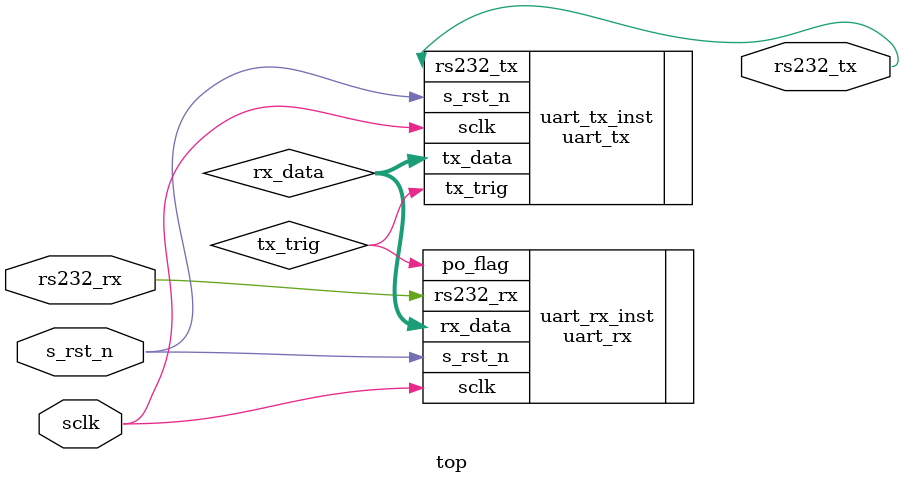
<source format=v>
module top(
	input				sclk			,
	input				s_rst_n		,
	input				rs232_rx		,
	output	wire			rs232_tx 
);

wire		[7:0]		rx_data			;
wire					tx_trig			;

// main
uart_rx		uart_rx_inst(
	.sclk			(sclk		)		,
	.s_rst_n		(s_rst_n	)		,
	.rs232_rx		(rs232_rx	)		, // UART output(PC)/input(FPGA)
	.rx_data		(rx_data	)		, // store rx_data(from serial to parallel)	
	.po_flag		(tx_trig	)		  // flag to finish receiving a frame of data
);

uart_tx		uart_tx_inst(
	.sclk			(sclk		)		,
	.s_rst_n		(s_rst_n	)		,
	.rs232_tx		(rs232_tx	)		,
	.tx_trig		(tx_trig	)		,
	.tx_data		(rx_data	)
);

endmodule
</source>
